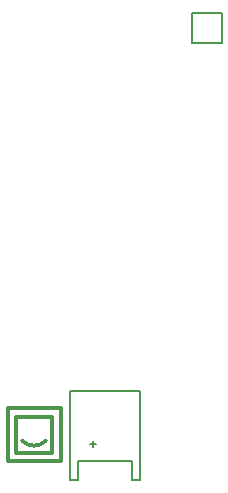
<source format=gbr>
%TF.GenerationSoftware,KiCad,Pcbnew,(6.0.7)*%
%TF.CreationDate,2022-08-24T19:26:19+02:00*%
%TF.ProjectId,leko_pona,6c656b6f-5f70-46f6-9e61-2e6b69636164,v1.0.0*%
%TF.SameCoordinates,Original*%
%TF.FileFunction,Legend,Bot*%
%TF.FilePolarity,Positive*%
%FSLAX46Y46*%
G04 Gerber Fmt 4.6, Leading zero omitted, Abs format (unit mm)*
G04 Created by KiCad (PCBNEW (6.0.7)) date 2022-08-24 19:26:19*
%MOMM*%
%LPD*%
G01*
G04 APERTURE LIST*
%ADD10C,0.350000*%
%ADD11C,0.150000*%
G04 APERTURE END LIST*
D10*
X81750000Y-5750000D02*
X86250000Y-5750000D01*
X86250000Y-5750000D02*
X86250000Y-1250000D01*
X86250000Y-1250000D02*
X81750000Y-1250000D01*
X81750000Y-1250000D02*
X81750000Y-5750000D01*
X83000000Y-4000000D02*
G75*
G03*
X85000000Y-4000000I1000000J999999D01*
G01*
X82500000Y-5000000D02*
X85500000Y-5000000D01*
X85500000Y-5000000D02*
X85500000Y-2000000D01*
X85500000Y-2000000D02*
X82500000Y-2000000D01*
X82500000Y-2000000D02*
X82500000Y-5000000D01*
D11*
%TO.C,MCU1*%
X99890000Y29700000D02*
X99890000Y32240000D01*
X97350000Y32240000D02*
X99890000Y32240000D01*
X97350000Y29700000D02*
X99890000Y29700000D01*
X97350000Y32240000D02*
X97350000Y29700000D01*
%TO.C,JST1*%
X88750000Y-4250000D02*
X89250000Y-4250000D01*
X87750000Y-7350000D02*
X87750000Y-5750000D01*
X92950000Y250000D02*
X87050000Y250000D01*
X92250000Y-5750000D02*
X92250000Y-7350000D01*
X92250000Y-7350000D02*
X92950000Y-7350000D01*
X87050000Y-7350000D02*
X87750000Y-7350000D01*
X92950000Y-7350000D02*
X92950000Y250000D01*
X89000000Y-4500000D02*
X89000000Y-4000000D01*
X87750000Y-5750000D02*
X92250000Y-5750000D01*
X87050000Y250000D02*
X87050000Y-7350000D01*
%TD*%
M02*

</source>
